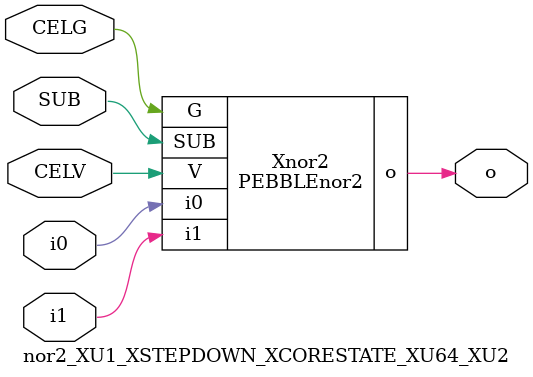
<source format=v>



module PEBBLEnor2 ( o, G, SUB, V, i0, i1 );

  input i0;
  input V;
  input i1;
  input G;
  output o;
  input SUB;
endmodule

//Celera Confidential Do Not Copy nor2_XU1_XSTEPDOWN_XCORESTATE_XU64_XU2
//Celera Confidential Symbol Generator
//nor2
module nor2_XU1_XSTEPDOWN_XCORESTATE_XU64_XU2 (CELV,CELG,i0,i1,o,SUB);
input CELV;
input CELG;
input i0;
input i1;
input SUB;
output o;

//Celera Confidential Do Not Copy nor2
PEBBLEnor2 Xnor2(
.V (CELV),
.i0 (i0),
.i1 (i1),
.o (o),
.SUB (SUB),
.G (CELG)
);
//,diesize,PEBBLEnor2

//Celera Confidential Do Not Copy Module End
//Celera Schematic Generator
endmodule

</source>
